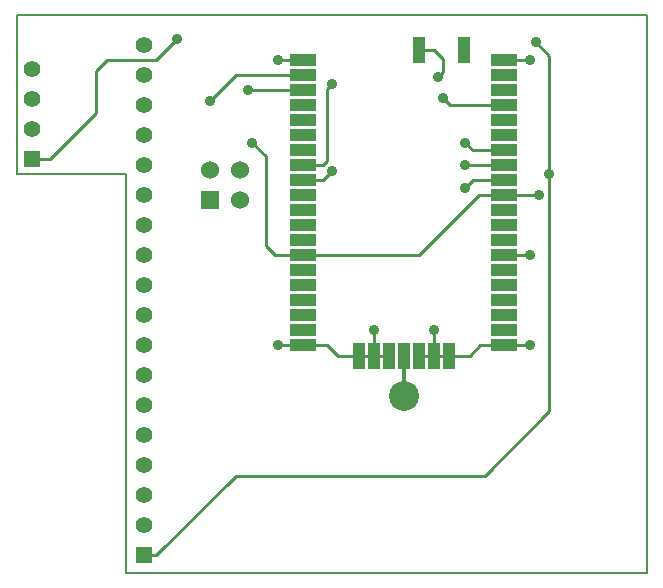
<source format=gbl>
G04 (created by PCBNEW (2012-nov-02)-testing) date Mon 13 May 2013 11:36:40 AM CDT*
%MOIN*%
G04 Gerber Fmt 3.4, Leading zero omitted, Abs format*
%FSLAX34Y34*%
G01*
G70*
G90*
G04 APERTURE LIST*
%ADD10C,0.006*%
%ADD11C,0.00590551*%
%ADD12R,0.055X0.055*%
%ADD13C,0.055*%
%ADD14R,0.06X0.06*%
%ADD15C,0.06*%
%ADD16R,0.09X0.04*%
%ADD17R,0.04X0.09*%
%ADD18C,0.1*%
%ADD19C,0.035*%
%ADD20C,0.01*%
%ADD21C,0.014*%
G04 APERTURE END LIST*
G54D10*
G54D11*
X95850Y-48350D02*
X95850Y-66950D01*
X74850Y-48350D02*
X74850Y-53650D01*
X95850Y-48350D02*
X74850Y-48350D01*
X78500Y-66950D02*
X95850Y-66950D01*
X78500Y-53650D02*
X78500Y-66950D01*
X74850Y-53650D02*
X78500Y-53650D01*
G54D12*
X75350Y-53150D03*
G54D13*
X75350Y-52150D03*
X75350Y-51150D03*
X75350Y-50150D03*
G54D12*
X79100Y-66350D03*
G54D13*
X79100Y-65350D03*
X79100Y-64350D03*
X79100Y-63350D03*
X79100Y-62350D03*
X79100Y-61350D03*
X79100Y-60350D03*
X79100Y-59350D03*
X79100Y-58350D03*
X79100Y-57350D03*
X79100Y-56350D03*
X79100Y-55350D03*
X79100Y-54350D03*
X79100Y-53350D03*
X79100Y-52350D03*
X79100Y-51350D03*
X79100Y-50350D03*
X79100Y-49350D03*
G54D14*
X81300Y-54500D03*
G54D15*
X81300Y-53500D03*
X82300Y-54500D03*
X82300Y-53500D03*
G54D16*
X91100Y-49850D03*
X91100Y-50350D03*
X91100Y-50850D03*
X91100Y-51350D03*
X91100Y-51850D03*
X91100Y-52350D03*
X91100Y-52850D03*
X91100Y-53350D03*
X91100Y-53850D03*
X91100Y-54350D03*
X91100Y-54850D03*
X91100Y-55350D03*
X91100Y-55850D03*
X91100Y-56350D03*
X91100Y-56850D03*
X91100Y-57350D03*
X91100Y-57850D03*
X91100Y-58350D03*
X91100Y-58850D03*
X91100Y-59350D03*
G54D17*
X89250Y-59700D03*
X88750Y-59700D03*
X88250Y-59700D03*
X87750Y-59700D03*
X87250Y-59700D03*
X86750Y-59700D03*
X86250Y-59700D03*
G54D16*
X84400Y-59350D03*
X84400Y-58850D03*
X84400Y-58350D03*
X84400Y-57850D03*
X84400Y-57350D03*
X84400Y-56850D03*
X84400Y-56350D03*
X84400Y-55850D03*
X84400Y-55350D03*
X84400Y-54850D03*
X84400Y-54350D03*
X84400Y-53850D03*
X84400Y-53350D03*
X84400Y-52850D03*
X84400Y-52350D03*
X84400Y-51850D03*
X84400Y-51350D03*
X84400Y-50850D03*
X84400Y-50350D03*
X84400Y-49850D03*
G54D17*
X89750Y-49500D03*
X88250Y-49500D03*
G54D18*
X87750Y-61050D03*
G54D19*
X88900Y-50400D03*
X82700Y-52600D03*
X92250Y-54350D03*
X80200Y-49150D03*
X92150Y-49250D03*
X92600Y-53650D03*
X89050Y-51100D03*
X85350Y-50650D03*
X82550Y-50850D03*
X81300Y-51200D03*
X83550Y-49850D03*
X91950Y-49850D03*
X91950Y-56350D03*
X88750Y-58850D03*
X86750Y-58850D03*
X91950Y-59350D03*
X83550Y-59350D03*
X85350Y-53550D03*
X89800Y-53350D03*
X89800Y-52600D03*
X89800Y-54100D03*
G54D20*
X88750Y-49500D02*
X88250Y-49500D01*
X89050Y-49800D02*
X88750Y-49500D01*
X89050Y-50250D02*
X89050Y-49800D01*
X88900Y-50400D02*
X89050Y-50250D01*
X84400Y-56350D02*
X88250Y-56350D01*
X90250Y-54350D02*
X91100Y-54350D01*
X88250Y-56350D02*
X90250Y-54350D01*
X83450Y-56350D02*
X84400Y-56350D01*
X83150Y-56050D02*
X83450Y-56350D01*
X83150Y-53050D02*
X83150Y-56050D01*
X82700Y-52600D02*
X83150Y-53050D01*
X91100Y-54350D02*
X92250Y-54350D01*
X79500Y-49850D02*
X80200Y-49150D01*
X77850Y-49850D02*
X79500Y-49850D01*
X77500Y-50200D02*
X77850Y-49850D01*
X77500Y-51600D02*
X77500Y-50200D01*
X75950Y-53150D02*
X77500Y-51600D01*
X75950Y-53150D02*
X75350Y-53150D01*
X92600Y-53650D02*
X92600Y-49700D01*
X92600Y-49700D02*
X92150Y-49250D01*
X79100Y-66350D02*
X79500Y-66350D01*
X92600Y-61550D02*
X92600Y-53650D01*
X90450Y-63700D02*
X92600Y-61550D01*
X82150Y-63700D02*
X90450Y-63700D01*
X79500Y-66350D02*
X82150Y-63700D01*
X91100Y-51350D02*
X89300Y-51350D01*
X89300Y-51350D02*
X89050Y-51100D01*
X85050Y-53350D02*
X84400Y-53350D01*
X85200Y-53200D02*
X85050Y-53350D01*
X85200Y-50800D02*
X85200Y-53200D01*
X85350Y-50650D02*
X85200Y-50800D01*
X82550Y-50850D02*
X84400Y-50850D01*
X84400Y-50350D02*
X82150Y-50350D01*
X82150Y-50350D02*
X81300Y-51200D01*
X84400Y-49850D02*
X83550Y-49850D01*
X91100Y-49850D02*
X91950Y-49850D01*
X91100Y-56350D02*
X91950Y-56350D01*
X88750Y-59700D02*
X88750Y-58850D01*
X86750Y-59700D02*
X86750Y-58850D01*
X91100Y-59350D02*
X91950Y-59350D01*
X84400Y-59350D02*
X83550Y-59350D01*
X91100Y-59350D02*
X90300Y-59350D01*
X89950Y-59700D02*
X89250Y-59700D01*
X90300Y-59350D02*
X89950Y-59700D01*
X84400Y-59350D02*
X85200Y-59350D01*
X85550Y-59700D02*
X86250Y-59700D01*
X85200Y-59350D02*
X85550Y-59700D01*
X88250Y-59700D02*
X88750Y-59700D01*
X88750Y-59700D02*
X89250Y-59700D01*
X86250Y-59700D02*
X86750Y-59700D01*
X86750Y-59700D02*
X87250Y-59700D01*
X84400Y-53850D02*
X85050Y-53850D01*
X85050Y-53850D02*
X85350Y-53550D01*
X89800Y-53350D02*
X91100Y-53350D01*
X90050Y-52850D02*
X91100Y-52850D01*
X89800Y-52600D02*
X90050Y-52850D01*
G54D21*
X87750Y-59700D02*
X87750Y-61050D01*
G54D20*
X90050Y-53850D02*
X91100Y-53850D01*
X89800Y-54100D02*
X90050Y-53850D01*
M02*

</source>
